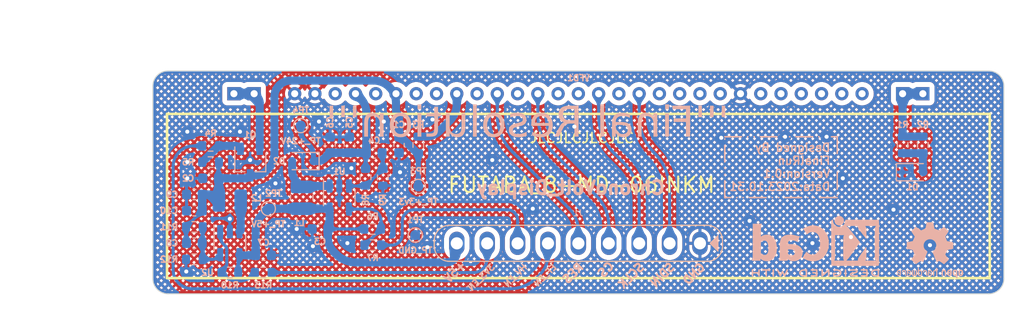
<source format=kicad_pcb>
(kicad_pcb (version 20221018) (generator pcbnew)
  (layers (0 "F.Cu" signal) (31 "B.Cu" signal) (34 "B.Paste" user) (35 "F.Paste" user) (36 "B.SilkS" user "B.Silkscreen") (37 "F.SilkS" user "F.Silkscreen") (38 "B.Mask" user) (39 "F.Mask" user) (44 "Edge.Cuts" user))
  (net 0 "")
  (net 1 "+3V3")
  (net 2 "GND")
  (net 3 "+5V")
  (net 4 "+24V")
  (net 5 "Net-(U1-FB)")
  (net 6 "Net-(D1-A)")
  (net 7 "Net-(D2-A)")
  (net 8 "HV_EN")
  (net 9 "EF_EN")
  (net 10 "VFD_RES")
  (net 11 "VFD_CS")
  (net 12 "VFD_SCLK")
  (net 13 "VFD_SDIN")
  (net 14 "Net-(Q1-G)")
  (net 15 "/VFD_8-MD-06INKM/F+")
  (net 16 "/VFD_8-MD-06INKM/F-")
  (net 17 "Net-(VFD1-OSC)")
  (net 18 "Net-(U1-EN)")
  (net 38 "Net-(U2-FB)")
  (net 39 "Net-(U2-LX)")
  (net 40 "Net-(U2-EN)")
  (net 41 "3V3_EN")
  (footprint "ChronoVolt_Lib:Con_Pin_1x09_3mm" (layer "F.Cu") (at 152 94.0975 180)
    (fp_text reference "J1" (at 0 8.07 unlocked) (layer "B.SilkS") (effects (font (size 0.6 0.6) (thickness 0.1)) (justify mirror)))
    (fp_text value "Conn_01x09_Pin")
    (pad "1" thru_hole oval locked (at -12 5.08 270) (size 2.3 1.524) (drill 1.2) (layers "*.Cu" "*.Mask") (net 2 "GND"))
    (pad "2" thru_hole oval locked (at -9 5.08 270) (size 2.3 1.524) (drill 1.2) (layers "*.Cu" "*.Mask") (net 13 "VFD_SDIN"))
    (pad "3" thru_hole oval locked (at -6 5.08 270) (size 2.3 1.524) (drill 1.2) (layers "*.Cu" "*.Mask") (net 12 "VFD_SCLK"))
    (pad "4" thru_hole oval locked (at -3 5.08 270) (size 2.3 1.524) (drill 1.2) (layers "*.Cu" "*.Mask") (net 11 "VFD_CS"))
    (pad "5" thru_hole oval locked (at 0 5.08 270) (size 2.3 1.524) (drill 1.2) (layers "*.Cu" "*.Mask") (net 10 "VFD_RES"))
    (pad "6" thru_hole oval locked (at 3 5.08 270) (size 2.3 1.524) (drill 1.2) (layers "*.Cu" "*.Mask") (net 9 "EF_EN"))
    (pad "7" thru_hole oval locked (at 6 5.08 270) (size 2.3 1.524) (drill 1.2) (layers "*.Cu" "*.Mask") (net 8 "HV_EN"))
    (pad "8" thru_hole oval locked (at 9 5.08 270) (size 2.3 1.524) (drill 1.2) (layers "*.Cu" "*.Mask") (net 41 "3V3_EN"))
    (pad "9" thru_hole oval locked (at 12 5.08 270) (size 2.3 1.524) (drill 1.2) (layers "*.Cu" "*.Mask") (net 3 "+5V"))
  )
  (footprint "ChronoVolt_Lib:FUTABA_8-MD-06INKM" (layer "F.Cu") (at 152 74.2495)
    (fp_text reference "VFD1" (at 1.2 -1.5495) (layer "B.SilkS") (effects (font (size 0.6 0.6)) (justify left mirror)))
    (fp_text value "Futaba_8-MD-06INKM")
    (fp_text user "FUTABA_8-MD-06INKM" (at -13 9) (layer "F.SilkS") (effects (font (size 1.524 1.524) (thickness 0.203)) (justify left)))
    (pad "1" thru_hole rect locked (at 34 0) (size 1.31 1.31) (drill 0.7) (layers "*.Cu" "*.Mask") (net 16 "/VFD_8-MD-06INKM/F-"))
    (pad "2" thru_hole rect locked (at 32 0) (size 1.31 1.31) (drill 0.7) (layers "*.Cu" "*.Mask") (net 16 "/VFD_8-MD-06INKM/F-"))
    (pad "4" thru_hole circle locked (at 28 0) (size 1.31 1.31) (drill 0.7) (layers "*.Cu" "*.Mask"))
    (pad "5" thru_hole circle locked (at 26 0) (size 1.31 1.31) (drill 0.7) (layers "*.Cu" "*.Mask"))
    (pad "6" thru_hole circle locked (at 24 0) (size 1.31 1.31) (drill 0.7) (layers "*.Cu" "*.Mask"))
    (pad "7" thru_hole circle locked (at 22 0) (size 1.31 1.31) (drill 0.7) (layers "*.Cu" "*.Mask"))
    (pad "8" thru_hole circle locked (at 20 0) (size 1.31 1.31) (drill 0.7) (layers "*.Cu" "*.Mask"))
    (pad "9" thru_hole circle locked (at 18 0) (size 1.31 1.31) (drill 0.7) (layers "*.Cu" "*.Mask"))
    (pad "10" thru_hole circle locked (at 16 0) (size 1.31 1.31) (drill 0.7) (layers "*.Cu" "*.Mask") (net 2 "GND"))
    (pad "11" thru_hole circle locked (at 14 0) (size 1.31 1.31) (drill 0.7) (layers "*.Cu" "*.Mask"))
    (pad "12" thru_hole circle locked (at 12 0) (size 1.31 1.31) (drill 0.7) (layers "*.Cu" "*.Mask"))
    (pad "13" thru_hole circle locked (at 10 0) (size 1.31 1.31) (drill 0.7) (layers "*.Cu" "*.Mask"))
    (pad "14" thru_hole circle locked (at 8 0) (size 1.31 1.31) (drill 0.7) (layers "*.Cu" "*.Mask"))
    (pad "15" thru_hole circle locked (at 6 0) (size 1.31 1.31) (drill 0.7) (layers "*.Cu" "*.Mask") (net 13 "VFD_SDIN"))
    (pad "16" thru_hole circle locked (at 4 0) (size 1.31 1.31) (drill 0.7) (layers "*.Cu" "*.Mask"))
    (pad "17" thru_hole circle locked (at 2 0) (size 1.31 1.31) (drill 0.7) (layers "*.Cu" "*.Mask") (net 12 "VFD_SCLK"))
    (pad "18" thru_hole circle locked (at 0 0) (size 1.31 1.31) (drill 0.7) (layers "*.Cu" "*.Mask"))
    (pad "19" thru_hole circle locked (at -2 0) (size 1.31 1.31) (drill 0.7) (layers "*.Cu" "*.Mask"))
    (pad "20" thru_hole circle locked (at -4 0) (size 1.31 1.31) (drill 0.7) (layers "*.Cu" "*.Mask") (net 11 "VFD_CS"))
    (pad "21" thru_hole circle locked (at -6 0) (size 1.31 1.31) (drill 0.7) (layers "*.Cu" "*.Mask"))
    (pad "22" thru_hole circle locked (at -8 0) (size 1.31 1.31) (drill 0.7) (layers "*.Cu" "*.Mask") (net 10 "VFD_RES"))
    (pad "23" thru_hole circle locked (at -10 0) (size 1.31 1.31) (drill 0.7) (layers "*.Cu" "*.Mask"))
    (pad "24" thru_hole circle locked (at -12 0) (size 1.31 1.31) (drill 0.7) (layers "*.Cu" "*.Mask") (net 17 "Net-(VFD1-OSC)"))
    (pad "25" thru_hole circle locked (at -14 0) (size 1.31 1.31) (drill 0.7) (layers "*.Cu" "*.Mask"))
    (pad "26" thru_hole circle locked (at -16 0) (size 1.31 1.31) (drill 0.7) (layers "*.Cu" "*.Mask"))
    (pad "27" thru_hole circle locked (at -18 0) (size 1.31 1.31) (drill 0.7) (layers "*.Cu" "*.Mask") (net 1 "+3V3"))
    (pad "28" thru_hole circle locked (at -20 0) (size 1.31 1.31) (drill 0.7) (layers "*.Cu" "*.Mask"))
    (pad "29" thru_hole circle locked (at -22 0) (size 1.31 1.31) (drill 0.7) (layers "*.Cu" "*.Mask") (net 4 "+24V"))
    (pad "30" thru_hole circle locked (at -24 0) (size 1.31 1.31) (drill 0.7) (layers "*.Cu" "*.Mask"))
    (pad "31" thru_hole circle locked (at -26 0) (size 1.31 1.31) (drill 0.7) (layers "*.Cu" "*.Mask") (net 2 "GND"))
    (pad "32" thru_hole circle locked (at -28 0) (size 1.31 1.31) (drill 0.7) (layers "*.Cu" "*.Mask") (net 2 "GND"))
    (pad "34" thru_hole rect locked (at -32 0) (size 1.31 1.31) (drill 0.7) (layers "*.Cu" "*.Mask") (net 15 "/VFD_8-MD-06INKM/F+"))
    (pad "35" thru_hole rect locked (at -34 0) (size 1.31 1.31) (drill 0.7) (layers "*.Cu" "*.Mask") (net 15 "/VFD_8-MD-06INKM/F+"))
  )
  (footprint "Symbol:OSHW-Logo2_7.3x6mm_SilkScreen" (layer "B.Cu") (at 186.7 89.7 180)
    (fp_text reference "REF**" hide)
    (fp_text value "OSHW-Logo2_7.3x6mm_SilkScreen" hide)
  )
  (footprint "Resistor_SMD:R_0603_1608Metric" (layer "B.Cu") (at 115.7 81 180)
    (fp_text reference "R5" (at 2.218215 0) (layer "B.SilkS") (effects (font (size 0.6 0.6)) (justify mirror)))
    (fp_text value "10K")
    (pad "1" smd roundrect (at -0.825 0 180) (size 0.8 0.95) (layers "B.Cu" "B.Paste" "B.Mask") (net 1 "+3V3"))
    (pad "2" smd roundrect (at 0.825 0 180) (size 0.8 0.95) (layers "B.Cu" "B.Paste" "B.Mask") (net 14 "Net-(Q1-G)"))
  )
  (footprint "Resistor_SMD:R_0603_1608Metric" (layer "B.Cu") (at 114.1 87.4)
    (fp_text reference "R11" (at -2.503929 0) (layer "B.SilkS") (effects (font (size 0.6 0.6)) (justify mirror)))
    (fp_text value "100K")
    (pad "1" smd roundrect (at -0.825 0) (size 0.8 0.95) (layers "B.Cu" "B.Paste" "B.Mask") (net 1 "+3V3"))
    (pad "2" smd roundrect (at 0.825 0) (size 0.8 0.95) (layers "B.Cu" "B.Paste" "B.Mask") (net 38 "Net-(U2-FB)"))
  )
  (footprint "Capacitor_SMD:C_0603_1608Metric" (layer "B.Cu") (at 115.7 82.6 180)
    (fp_text reference "C2" (at 2.218215 0) (layer "B.SilkS") (effects (font (size 0.6 0.6)) (justify mirror)))
    (fp_text value "47uF")
    (pad "1" smd roundrect (at -0.775 0 180) (size 0.9 0.95) (layers "B.Cu" "B.Paste" "B.Mask") (net 1 "+3V3"))
    (pad "2" smd roundrect (at 0.775 0 180) (size 0.9 0.95) (layers "B.Cu" "B.Paste" "B.Mask") (net 2 "GND"))
  )
  (footprint "Resistor_SMD:R_0603_1608Metric" (layer "B.Cu") (at 136.2 79.3 -90)
    (fp_text reference "R3" (at -1.9925 0 -180) (layer "B.SilkS") (effects (font (size 0.6 0.6)) (justify mirror)))
    (fp_text value "39K")
    (pad "1" smd roundrect (at -0.825 0 270) (size 0.8 0.95) (layers "B.Cu" "B.Paste" "B.Mask") (net 17 "Net-(VFD1-OSC)"))
    (pad "2" smd roundrect (at 0.825 0 270) (size 0.8 0.95) (layers "B.Cu" "B.Paste" "B.Mask") (net 1 "+3V3"))
  )
  (footprint "TestPoint:TestPoint_Pad_D1.0mm" (layer "B.Cu") (at 121.4 85.6 180)
    (fp_text reference "TP2" (at -0.5 1.5125) (layer "B.SilkS") (effects (font (size 0.6 0.6)) (justify mirror)))
    (fp_text value "TP_+5V" (at 0 -1.5125) (layer "B.SilkS") (effects (font (size 0.6 0.6)) (justify mirror)))
    (pad "1" smd circle (at 0 0 180) (size 1 1) (layers "B.Cu" "B.Mask") (net 3 "+5V"))
  )
  (footprint "Resistor_SMD:R_0603_1608Metric" (layer "B.Cu") (at 120.9 91.9)
    (fp_text reference "R13" (at 0 1.2425) (layer "B.SilkS") (effects (font (size 0.6 0.6)) (justify mirror)))
    (fp_text value "10K")
    (pad "1" smd roundrect (at -0.825 0) (size 0.8 0.95) (layers "B.Cu" "B.Paste" "B.Mask") (net 40 "Net-(U2-EN)"))
    (pad "2" smd roundrect (at 0.825 0) (size 0.8 0.95) (layers "B.Cu" "B.Paste" "B.Mask") (net 41 "3V3_EN"))
  )
  (footprint "Resistor_SMD:R_0603_1608Metric" (layer "B.Cu") (at 131.7 87.6)
    (fp_text reference "R6" (at 0 -1.2425) (layer "B.SilkS") (effects (font (size 0.6 0.6)) (justify mirror)))
    (fp_text value "10K")
    (pad "1" smd roundrect (at -0.825 0) (size 0.8 0.95) (layers "B.Cu" "B.Paste" "B.Mask") (net 3 "+5V"))
    (pad "2" smd roundrect (at 0.825 0) (size 0.8 0.95) (layers "B.Cu" "B.Paste" "B.Mask") (net 18 "Net-(U1-EN)"))
  )
  (footprint "Capacitor_SMD:C_0603_1608Metric" (layer "B.Cu") (at 114.1 84.2 180)
    (fp_text reference "C9" (at 2.218215 0) (layer "B.SilkS") (effects (font (size 0.6 0.6)) (justify mirror)))
    (fp_text value "22μF")
    (pad "1" smd roundrect (at -0.775 0 180) (size 0.9 0.95) (layers "B.Cu" "B.Paste" "B.Mask") (net 1 "+3V3"))
    (pad "2" smd roundrect (at 0.775 0 180) (size 0.9 0.95) (layers "B.Cu" "B.Paste" "B.Mask") (net 2 "GND"))
  )
  (footprint "Resistor_SMD:R_0603_1608Metric" (layer "B.Cu") (at 131 82.5 -90)
    (fp_text reference "R8" (at 2.218214 0 90) (layer "B.SilkS") (effects (font (size 0.6 0.6)) (justify mirror)))
    (fp_text value "300K")
    (pad "1" smd roundrect (at -0.825 0 270) (size 0.8 0.95) (layers "B.Cu" "B.Paste" "B.Mask") (net 4 "+24V"))
    (pad "2" smd roundrect (at 0.825 0 270) (size 0.8 0.95) (layers "B.Cu" "B.Paste" "B.Mask") (net 5 "Net-(U1-FB)"))
  )
  (footprint "Symbol:KiCad-Logo2_5mm_SilkScreen" (layer "B.Cu") (at 175.4 89.3 180)
    (fp_text reference "REF**" hide)
    (fp_text value "KiCad-Logo2_5mm_SilkScreen" hide)
  )
  (footprint "Capacitor_SMD:C_0603_1608Metric" (layer "B.Cu") (at 114.1 85.8 180)
    (fp_text reference "C10" (at 2.503929 0) (layer "B.SilkS") (effects (font (size 0.6 0.6)) (justify mirror)))
    (fp_text value "22μF")
    (pad "1" smd roundrect (at -0.775 0 180) (size 0.9 0.95) (layers "B.Cu" "B.Paste" "B.Mask") (net 1 "+3V3"))
    (pad "2" smd roundrect (at 0.775 0 180) (size 0.9 0.95) (layers "B.Cu" "B.Paste" "B.Mask") (net 2 "GND"))
  )
  (footprint "Capacitor_SMD:C_0603_1608Metric" (layer "B.Cu") (at 127.5 79.3 90)
    (fp_text reference "C6" (at 2.218215 0 90) (layer "B.SilkS") (effects (font (size 0.6 0.6)) (justify mirror)))
    (fp_text value "4.7μF/50V")
    (pad "1" smd roundrect (at -0.775 0 90) (size 0.9 0.95) (layers "B.Cu" "B.Paste" "B.Mask") (net 4 "+24V"))
    (pad "2" smd roundrect (at 0.775 0 90) (size 0.9 0.95) (layers "B.Cu" "B.Paste" "B.Mask") (net 2 "GND"))
  )
  (footprint "TestPoint:TestPoint_Pad_D1.0mm" (layer "B.Cu") (at 135.9 88.2 180)
    (fp_text reference "TP1" (at 0 1.5125) (layer "B.SilkS") (effects (font (size 0.6 0.6)) (justify mirror)))
    (fp_text value "TP_GND" (at 0 -1.5125) (layer "B.SilkS") (effects (font (size 0.6 0.6)) (justify mirror)))
    (pad "1" smd circle (at 0 0 180) (size 1 1) (layers "B.Cu" "B.Mask") (net 2 "GND"))
  )
  (footprint "Capacitor_SMD:C_0603_1608Metric" (layer "B.Cu") (at 134.3 79.3 -90)
    (fp_text reference "C1" (at -1.9925 0 -180) (layer "B.SilkS") (effects (font (size 0.6 0.6)) (justify mirror)))
    (fp_text value "0.1uF")
    (pad "1" smd roundrect (at -0.775 0 270) (size 0.9 0.95) (layers "B.Cu" "B.Paste" "B.Mask") (net 1 "+3V3"))
    (pad "2" smd roundrect (at 0.775 0 270) (size 0.9 0.95) (layers "B.Cu" "B.Paste" "B.Mask") (net 2 "GND"))
  )
  (footprint "Resistor_SMD:R_0603_1608Metric" (layer "B.Cu") (at 184 79.3 -90)
    (fp_text reference "R1" (at -1.9925 0 -180) (layer "B.SilkS") (effects (font (size 0.6 0.6)) (justify mirror)))
    (fp_text value "3R")
    (pad "1" smd roundrect (at -0.825 0 270) (size 0.8 0.95) (layers "B.Cu" "B.Paste" "B.Mask") (net 16 "/VFD_8-MD-06INKM/F-"))
    (pad "2" smd roundrect (at 0.825 0 270) (size 0.8 0.95) (layers "B.Cu" "B.Paste" "B.Mask") (net 6 "Net-(D1-A)"))
  )
  (footprint "Capacitor_SMD:C_0603_1608Metric" (layer "B.Cu") (at 129.4 79.3 90)
    (fp_text reference "C5" (at 2.218215 0 90) (layer "B.SilkS") (effects (font (size 0.6 0.6)) (justify mirror)))
    (fp_text value "0.1μF/50V")
    (pad "1" smd roundrect (at -0.775 0 90) (size 0.9 0.95) (layers "B.Cu" "B.Paste" "B.Mask") (net 4 "+24V"))
    (pad "2" smd roundrect (at 0.775 0 90) (size 0.9 0.95) (layers "B.Cu" "B.Paste" "B.Mask") (net 2 "GND"))
  )
  (footprint "Package_TO_SOT_SMD:SOT-23-5" (layer "B.Cu") (at 117.6 89 -90)
    (fp_text reference "U2" (at 2.9 2.2 -180) (layer "B.SilkS") (effects (font (size 0.6 0.6)) (justify mirror)))
    (fp_text value "SY8089AAAC")
    (pad "1" smd roundrect (at -1.1375 0.95 270) (size 1.325 0.6) (layers "B.Cu" "B.Paste" "B.Mask") (net 40 "Net-(U2-EN)"))
    (pad "2" smd roundrect (at -1.1375 0 270) (size 1.325 0.6) (layers "B.Cu" "B.Paste" "B.Mask") (net 2 "GND"))
    (pad "3" smd roundrect (at -1.1375 -0.95 270) (size 1.325 0.6) (layers "B.Cu" "B.Paste" "B.Mask") (net 39 "Net-(U2-LX)"))
    (pad "4" smd roundrect (at 1.1375 -0.95 270) (size 1.325 0.6) (layers "B.Cu" "B.Paste" "B.Mask") (net 3 "+5V"))
    (pad "5" smd roundrect (at 1.1375 0.95 270) (size 1.325 0.6) (layers "B.Cu" "B.Paste" "B.Mask") (net 38 "Net-(U2-FB)"))
  )
  (footprint "TestPoint:TestPoint_Pad_D1.0mm" (layer "B.Cu") (at 124.6 77.4 180)
    (fp_text reference "TP4" (at 0 1.5125) (layer "B.SilkS") (effects (font (size 0.6 0.6)) (justify mirror)))
    (fp_text value "TP_+24V" (at 0 -1.5125) (layer "B.SilkS") (effects (font (size 0.6 0.6)) (justify mirror)))
    (pad "1" smd circle (at 0 0 180) (size 1 1) (layers "B.Cu" "B.Mask") (net 4 "+24V"))
  )
  (footprint "Resistor_SMD:R_0603_1608Metric" (layer "B.Cu") (at 117.6 91.9 180)
    (fp_text reference "R10" (at 0 -1.2425) (layer "B.SilkS") (effects (font (size 0.6 0.6)) (justify mirror)))
    (fp_text value "10K")
    (pad "1" smd roundrect (at -0.825 0 180) (size 0.8 0.95) (layers "B.Cu" "B.Paste" "B.Mask") (net 3 "+5V"))
    (pad "2" smd roundrect (at 0.825 0 180) (size 0.8 0.95) (layers "B.Cu" "B.Paste" "B.Mask") (net 40 "Net-(U2-EN)"))
  )
  (footprint "Diode_SMD:D_SOD-323" (layer "B.Cu") (at 185 82)
    (fp_text reference "D1" (at -0.0225 1.4625) (layer "B.SilkS") (effects (font (size 0.6 0.6)) (justify mirror)))
    (fp_text value "1N5819WS")
    (pad "1" smd roundrect (at -1.05 0) (size 0.6 0.45) (layers "B.Cu" "B.Paste" "B.Mask") (net 2 "GND"))
    (pad "2" smd roundrect (at 1.05 0) (size 0.6 0.45) (layers "B.Cu" "B.Paste" "B.Mask") (net 6 "Net-(D1-A)"))
  )
  (footprint "Diode_SMD:D_SOD-323" (layer "B.Cu") (at 124.8 80.9 180)
    (fp_text reference "D2" (at 2.338215 0) (layer "B.SilkS") (effects (font (size 0.6 0.6)) (justify mirror)))
    (fp_text value "1N5819WS" hide)
    (pad "1" smd roundrect (at -1.05 0 180) (size 0.6 0.45) (layers "B.Cu" "B.Paste" "B.Mask") (net 4 "+24V"))
    (pad "2" smd roundrect (at 1.05 0 180) (size 0.6 0.45) (layers "B.Cu" "B.Paste" "B.Mask") (net 7 "Net-(D2-A)"))
  )
  (footprint "Resistor_SMD:R_0603_1608Metric" (layer "B.Cu") (at 132.7 82.5 -90)
    (fp_text reference "R9" (at 2.218214 0 90) (layer "B.SilkS") (effects (font (size 0.6 0.6)) (justify mirror)))
    (fp_text value "16K")
    (pad "1" smd roundrect (at -0.825 0 270) (size 0.8 0.95) (layers "B.Cu" "B.Paste" "B.Mask") (net 5 "Net-(U1-FB)"))
    (pad "2" smd roundrect (at 0.825 0 270) (size 0.8 0.95) (layers "B.Cu" "B.Paste" "B.Mask") (net 2 "GND"))
  )
  (footprint "TestPoint:TestPoint_Pad_D1.0mm" (layer "B.Cu") (at 136.2 83.4 180)
    (fp_text reference "TP3" (at 0 1.5125) (layer "B.SilkS") (effects (font (size 0.6 0.6)) (justify mirror)))
    (fp_text value "TP_+3v3" (at 0 -1.5125) (layer "B.SilkS") (effects (font (size 0.6 0.6)) (justify mirror)))
    (pad "1" smd circle (at 0 0 180) (size 1 1) (layers "B.Cu" "B.Mask") (net 1 "+3V3"))
  )
  (footprint "Resistor_SMD:R_0603_1608Metric" (layer "B.Cu") (at 131.7 89.2)
    (fp_text reference "R7" (at 0 1.2425) (layer "B.SilkS") (effects (font (size 0.6 0.6)) (justify mirror)))
    (fp_text value "10K")
    (pad "1" smd roundrect (at -0.825 0) (size 0.8 0.95) (layers "B.Cu" "B.Paste" "B.Mask") (net 18 "Net-(U1-EN)"))
    (pad "2" smd roundrect (at 0.825 0) (size 0.8 0.95) (layers "B.Cu" "B.Paste" "B.Mask") (net 8 "HV_EN"))
  )
  (footprint "Resistor_SMD:R_0603_1608Metric" (layer "B.Cu") (at 114.1 90.6 180)
    (fp_text reference "R12" (at 2.5 0) (layer "B.SilkS") (effects (font (size 0.6 0.6)) (justify mirror)))
    (fp_text value "22K")
    (pad "1" smd roundrect (at -0.825 0 180) (size 0.8 0.95) (layers "B.Cu" "B.Paste" "B.Mask") (net 38 "Net-(U2-FB)"))
    (pad "2" smd roundrect (at 0.825 0 180) (size 0.8 0.95) (layers "B.Cu" "B.Paste" "B.Mask") (net 2 "GND"))
  )
  (footprint "Capacitor_SMD:C_0603_1608Metric" (layer "B.Cu") (at 126.5 87.6 180)
    (fp_text reference "C3" (at 0 -1.2425) (layer "B.SilkS") (effects (font (size 0.6 0.6)) (justify mirror)))
    (fp_text value "22μF")
    (pad "1" smd roundrect (at -0.775 0 180) (size 0.9 0.95) (layers "B.Cu" "B.Paste" "B.Mask") (net 3 "+5V"))
    (pad "2" smd roundrect (at 0.775 0 180) (size 0.9 0.95) (layers "B.Cu" "B.Paste" "B.Mask") (net 2 "GND"))
  )
  (footprint "Package_TO_SOT_SMD:TSOT-23-5" (layer "B.Cu") (at 128.4 84.5 -90)
    (fp_text reference "U1" (at -2.5625 0 -180) (layer "B.SilkS") (effects (font (size 0.6 0.6)) (justify mirror)))
    (fp_text value "SGM6601YTN5G/TR")
    (pad "1" smd roundrect (at -1.1375 0.95 270) (size 1.325 0.6) (layers "B.Cu" "B.Paste" "B.Mask") (net 7 "Net-(D2-A)"))
    (pad "2" smd roundrect (at -1.1375 0 270) (size 1.325 0.6) (layers "B.Cu" "B.Paste" "B.Mask") (net 2 "GND"))
    (pad "3" smd roundrect (at -1.1375 -0.95 270) (size 1.325 0.6) (layers "B.Cu" "B.Paste" "B.Mask") (net 5 "Net-(U1-FB)"))
    (pad "4" smd roundrect (at 1.1375 -0.95 270) (size 1.325 0.6) (layers "B.Cu" "B.Paste" "B.Mask") (net 18 "Net-(U1-EN)"))
    (pad "5" smd roundrect (at 1.1375 0.95 270) (size 1.325 0.6) (layers "B.Cu" "B.Paste" "B.Mask") (net 3 "+5V"))
  )
  (footprint "Inductor_SMD:L_1008_2520Metric" (layer "B.Cu") (at 117.6 84.8 180)
    (fp_text reference "L2" (at -2.631071 0.25) (layer "B.SilkS") (effects (font (size 0.6 0.6)) (justify mirror)))
    (fp_text value "2.2μH")
    (pad "1" smd roundrect (at -1.075 0 180) (size 1.25 2.2) (layers "B.Cu" "B.Paste" "B.Mask") (roundrect_rratio 0.2) (net 39 "Net-(U2-LX)"))
    (pad "2" smd roundrect (at 1.075 0 180) (size 1.25 2.2) (layers "B.Cu" "B.Paste" "B.Mask") (roundrect_rratio 0.2) (net 1 "+3V3"))
  )
  (footprint "Capacitor_SMD:C_0603_1608Metric" (layer "B.Cu") (at 131.85 80.1)
    (fp_text reference "C4" (at 0 -1.2425) (layer "B.SilkS") (effects (font (size 0.6 0.6)) (justify mirror)))
    (fp_text value "22pF/50V")
    (pad "1" smd roundrect (at -0.775 0) (size 0.9 0.95) (layers "B.Cu" "B.Paste" "B.Mask") (net 4 "+24V"))
    (pad "2" smd roundrect (at 0.775 0) (size 0.9 0.95) (layers "B.Cu" "B.Paste" "B.Mask") (net 5 "Net-(U1-FB)"))
  )
  (footprint "Resistor_SMD:R_0603_1608Metric" (layer "B.Cu") (at 115.7 79.4 180)
    (fp_text reference "R4" (at 0 1.2425) (layer "B.SilkS") (effects (font (size 0.6 0.6)) (justify mirror)))
    (fp_text value "180R")
    (pad "1" smd roundrect (at -0.825 0 180) (size 0.8 0.95) (layers "B.Cu" "B.Paste" "B.Mask") (net 14 "Net-(Q1-G)"))
    (pad "2" smd roundrect (at 0.825 0 180) (size 0.8 0.95) (layers "B.Cu" "B.Paste" "B.Mask") (net 9 "EF_EN"))
  )
  (footprint "Capacitor_SMD:C_0603_1608Metric" (layer "B.Cu") (at 114.1 89)
    (fp_text reference "C8" (at -2.218215 0) (layer "B.SilkS") (effects (font (size 0.6 0.6)) (justify mirror)))
    (fp_text value "22pF")
    (pad "1" smd roundrect (at -0.775 0) (size 0.9 0.95) (layers "B.Cu" "B.Paste" "B.Mask") (net 1 "+3V3"))
    (pad "2" smd roundrect (at 0.775 0) (size 0.9 0.95) (layers "B.Cu" "B.Paste" "B.Mask") (net 38 "Net-(U2-FB)"))
  )
  (footprint "Capacitor_SMD:C_0603_1608Metric" (layer "B.Cu") (at 120.925 90.2)
    (fp_text reference "C7" (at 0 -1.2425) (layer "B.SilkS") (effects (font (size 0.6 0.6)) (justify mirror)))
    (fp_text value "22μF")
    (pad "1" smd roundrect (at -0.775 0) (size 0.9 0.95) (layers "B.Cu" "B.Paste" "B.Mask") (net 3 "+5V"))
    (pad "2" smd roundrect (at 0.775 0) (size 0.9 0.95) (layers "B.Cu" "B.Paste" "B.Mask") (net 2 "GND"))
  )
  (footprint "Package_TO_SOT_SMD:TSOT-23" (layer "B.Cu") (at 119.6 81 -90)
    (fp_text reference "Q1" (at -2.6825 0) (layer "B.SilkS") (effects (font (size 0.6 0.6)) (justify mirror)))
    (fp_text value "CJ2301")
    (pad "1" smd rect (at -1.31 0.95 270) (size 1.22 0.65) (layers "B.Cu" "B.Paste" "B.Mask") (net 14 "Net-(Q1-G)"))
    (pad "2" smd rect (at -1.31 -0.95 270) (size 1.22 0.65) (layers "B.Cu" "B.Paste" "B.Mask") (net 15 "/VFD_8-MD-06INKM/F+"))
    (pad "3" smd rect (at 1.31 0 270) (size 1.22 0.65) (layers "B.Cu" "B.Paste" "B.Mask") (net 1 "+3V3"))
  )
  (footprint "Inductor_SMD:L_1008_2520Metric" (layer "B.Cu") (at 124.7 84.525 90)
    (fp_text reference "L1" (at -2.4625 -0.25 180) (layer "B.SilkS") (effects (font (size 0.6 0.6)) (justify mirror)))
    (fp_text value "10uH")
    (pad "1" smd roundrect (at -1.075 0 90) (size 1.25 2.2) (layers "B.Cu" "B.Paste" "B.Mask") (roundrect_rratio 0.2) (net 3 "+5V"))
    (pad "2" smd roundrect (at 1.075 0 90) (size 1.25 2.2) (layers "B.Cu" "B.Paste" "B.Mask") (roundrect_rratio 0.2) (net 7 "Net-(D2-A)"))
  )
  (footprint "Resistor_SMD:R_0603_1608Metric" (layer "B.Cu") (at 186 79.3 -90)
    (fp_text reference "R2" (at -1.9925 0 -180) (layer "B.SilkS") (effects (font (size 0.6 0.6)) (justify mirror)))
    (fp_text value "3R")
    (pad "1" smd roundrect (at -0.825 0 270) (size 0.8 0.95) (layers "B.Cu" "B.Paste" "B.Mask") (net 16 "/VFD_8-MD-06INKM/F-"))
    (pad "2" smd roundrect (at 0.825 0 270) (size 0.8 0.95) (layers "B.Cu" "B.Paste" "B.Mask") (net 6 "Net-(D1-A)"))
  )
  (gr_line locked (start 110 73.5) (end 110 92.5) (stroke (width 0.1)) (layer "Edge.Cuts"))
  (gr_arc locked (start 194 92.5) (mid 193.56066 93.56066) (end 192.5 94) (stroke (width 0.1)) (layer "Edge.Cuts"))
  (gr_line locked (start 194 92.5) (end 194 73.5) (stroke (width 0.1)) (layer "Edge.Cuts"))
  (gr_line locked (start 192.5 72) (end 111.5 72) (stroke (width 0.1)) (layer "Edge.Cuts"))
  (gr_arc locked (start 110 73.5) (mid 110.43934 72.43934) (end 111.5 72) (stroke (width 0.1)) (layer "Edge.Cuts"))
  (gr_arc locked (start 111.5 94) (mid 110.43934 93.56066) (end 110 92.5) (stroke (width 0.1)) (layer "Edge.Cuts"))
  (gr_line locked (start 111.5 94) (end 192.5 94) (stroke (width 0.1)) (layer "Edge.Cuts"))
  (gr_arc locked (start 192.5 72) (mid 193.56066 72.43934) (end 194 73.5) (stroke (width 0.1)) (layer "Edge.Cuts"))
  (gr_text "EF_EN" (at 150 91.4 45) (layer "B.SilkS") (effects (font (size 0.6 0.6) (thickness 0.15) bold) (justify left bottom mirror)))
  (gr_text "SCLK" (at 158.7 91.4 45) (layer "B.SilkS") (effects (font (size 0.8 0.8) (thickness 0.2) bold) (justify left bottom mirror)))
  (gr_text "RES" (at 152.7 91.4 45) (layer "B.SilkS") (effects (font (size 0.8 0.8) (thickness 0.2) bold) (justify left bottom mirror)))
  (gr_text "CS" (at 155.7 91.3 45) (layer "B.SilkS") (effects (font (size 0.8 0.8) (thickness 0.2) bold) (justify left bottom mirror)))
  (gr_text "+5V" (at 141.1 91.2 45) (layer "B.SilkS") (effects (font (size 0.8 0.8) (thickness 0.2) bold) (justify left bottom mirror)))
  (gr_text "HV_EN" (at 147.1 91.4 45) (layer "B.SilkS") (effects (font (size 0.6 0.6) (thickness 0.15) bold) (justify left bottom mirror)))
  (gr_text "GND" (at 164.7 91.4 45) (layer "B.SilkS") (effects (font (size 0.8 0.8) (thickness 0.2) bold) (justify left bottom mirror)))
  (gr_text "SDIN" (at 161.7 91.4 45) (layer "B.SilkS") (effects (font (size 0.8 0.8) (thickness 0.2) bold) (justify left bottom mirror)))
  (gr_text "3V3_EN" (at 143.9 91.4 45) (layer "B.SilkS") (effects (font (size 0.6 0.6) (thickness 0.15) bold) (justify left bottom mirror)))
  (gr_text "ChronoVolt_Display" (at 160.7 84.3) (layer "B.SilkS") (effects (font (size 1.3 1.3) (thickness 0.3) bold) (justify left bottom mirror)))
  (gr_text "'''Final Resolution'''" (at 166.9 79) (layer "B.SilkS") (effects (font (size 3 3)) (justify left bottom mirror)))
  (gr_text "JLCJLCJLCJLC" (at 147.1 79.2) (layer "F.SilkS") (effects (font (size 1 1)) (justify left bottom)))
  (gr_text_box "Designed By\nFinalRun\nVersion:0.1\nData:2023.10.31" (start 166.45 78.5) (end 177.55 84.5) (layer "B.SilkS") (effects (font (size 0.8 0.8)) (justify left top mirror)) (stroke (width 0.15) (type dash_dot_dot)))
  (segment (start 134.58763 78.60013) (end 136.081564 80.094064) (width 0.8) (layer "B.Cu") (net 1))
  (segment (start 113.275 87.4) (end 114.875 85.8) (width 0.3) (layer "B.Cu") (net 1))
  (segment (start 116.510355 82.6) (end 119.104939 82.6) (width 0.8) (layer "B.Cu") (net 1))
  (segment (start 123.621751 72.95) (end 131.781614 72.95) (width 0.8) (layer "B.Cu") (net 1))
  (segment (start 116.475 82.564644) (end 116.475 81.085355) (width 0.3) (layer "B.Cu") (net 1))
  (segment (start 116.5 81.025) (end 116.525 81) (width 0.3) (layer "B.Cu") (net 1))
  (segment (start 113.3 88.975) (end 113.325 89) (width 0.3) (layer "B.Cu") (net 1))
  (segment (start 113.275 88.914644) (end 113.275 87.4) (width 0.3) (layer "B.Cu") (net 1))
  (segment (start 134.3 76.612132) (end 134.3 78.41875) (width 0.8) (layer "B.Cu") (net 1))
  (segment (start 119.80506 82.31) (end 120.1625 82.31) (width 0.8) (layer "B.Cu") (net 1))
  (segment (start 114.875 84.2) (end 115.500735 84.2) (width 0.8) (layer "B.Cu") (net 1))
  (segment (start 116.525 84.375735) (end 116.525 82.685355) (width 0.8) (layer "B.Cu") (net 1))
  (segment (start 114.875 84.2) (end 114.875 85.8) (width 0.8) (layer "B.Cu") (net 1))
  (segment (start 134 75.168385) (end 134 75.887867) (width 0.8) (layer "B.Cu") (net 1))
  (segment (start 136.2 80.16875) (end 136.2 83.4) (width 0.5) (layer "B.Cu") (net 1))
  (segment (start 122 74.571751) (end 122 80.133438) (width 0.8) (layer "B.Cu") (net 1))
  (segment (start 121.362499 81.672499) (end 121.122747 81.912252) (width 0.8) (layer "B.Cu") (net 1))
  (arc (start 136.081564 80.094064) (mid 136.11583 80.116959) (end 136.15625 80.125) (width 0.8) (layer "B.Cu") (net 1))
  (arc (start 121.122747 81.912252) (mid 120.682182 82.206628) (end 120.1625 82.31) (width 0.8) (layer "B.Cu") (net 1))
  (arc (start 116.5 81.025) (mid 116.481497 81.052691) (end 116.475 81.085355) (width 0.3) (layer "B.Cu") (net 1))
  (arc (start 133.35025 73.59975) (mid 132.630553 73.118864) (end 131.781614 72.95) (width 0.8) (layer "B.Cu") (net 1))
  (arc (start 119.455 82.455) (mid 119.29439 82.562315) (end 119.104939 82.6) (width 0.8) (layer "B.Cu") (net 1))
  (arc (start 116.5 82.625) (mid 116.481497 82.597308) (end 116.475 82.564644) (width 0.8) (layer "B.Cu") (net 1))
  (arc (start 134 75.887867) (mid 134.038983 76.083852) (end 134.15 76.25) (width 0.8) (layer "B.Cu") (net 1))
  (arc (start 119.80506 82.31) (mid 119.615609 82.347684) (end 119.455 82.455) (width 0.8) (layer "B.Cu") (net 1))
  (arc (start 134.15 76.25) (mid 134.261016 76.416147) (end 134.3 76.612132) (width 0.8) (layer "B.Cu") (net 1))
  (arc (start 116.510355 82.6) (mid 116.496825 82.60904) (end 116.5 82.625) (width 0.8) (layer "B.Cu") (net 1))
  (arc (start 116.5 82.625) (mid 116.518502 82.652691) (end 116.525 82.685355) (width 0.8) (layer "B.Cu") (net 1))
  (arc (start 136.2 80.16875) (mid 136.187185 80.137814) (end 136.15625 80.125) (width 0.5) (layer "B.Cu") (net 1))
  (arc (start 123.621751 72.95) (mid 123.001133 73.073448) (end 122.475 73.425) (width 0.8) (layer "B.Cu") (net 1))
  (arc (start 133.35025 73.59975) (mid 133.831135 74.319445) (end 134 75.168385) (width 0.8) (layer "B.Cu") (net 1))
  (arc (start 134.58763 78.60013) (mid 134.504412 78.544525) (end 134.40625 78.525) (width 0.8) (layer "B.Cu") (net 1))
  (arc (start 113.275 88.914644) (mid 113.281497 88.947308) (end 113.3 88.975) (width 0.3) (layer "B.Cu") (net 1))
  (arc (start 122.475 73.425) (mid 122.123448 73.951133) (end 122 74.571751) (width 0.8) (layer "B.Cu") (net 1))
  (arc (start 116.225 84.5) (mid 115.892704 84.277967) (end 115.500735 84.2) (width 0.8) (layer "B.Cu") (net 1))
  (arc (start 116.225 84.5) (mid 116.416515 84.538094) (end 116.525 84.375735) (width 0.8) (layer "B.Cu") (net 1))
  (arc (start 116.475 82.564644) (mid 116.485355 82.589644) (end 116.510355 82.6) (width 0.3) (layer "B.Cu") (net 1))
  (arc (start 122 80.133438) (mid 121.834318 80.966372) (end 121.362499 81.672499) (width 0.8) (layer "B.Cu") (net 1))
  (arc (start 134.3 78.41875) (mid 134.331119 78.49388) (end 134.40625 78.525) (width 0.8) (layer "B.Cu") (net 1))
  (via (at 129.6 81.6) (size 0.8) (drill 0.4) (layers "F.Cu" "B.Cu") (net 2))
  (via (at 143.5 80.8) (size 0.8) (drill 0.4) (layers "F.Cu" "B.Cu") (net 2))
  (via (at 113.4 82.6) (size 0.8) (drill 0.4) (layers "F.Cu" "B.Cu") (net 2))
  (via (at 132.8 77) (size 0.8) (drill 0.4) (layers "F.Cu" "B.Cu") (net 2))
  (via (at 178.1 82.6) (size 0.8) (drill 0.4) (layers "F.Cu" "B.Cu") (net 2))
  (via (at 124.2 87.6) (size 0.8) (drill 0.4) (layers "F.Cu" "B.Cu") (net 2))
  (via (at 126.4 77) (size 0.8) (drill 0.4) (layers "F.Cu" "B.Cu") (net 2))
  (via (at 113.4 78) (size 0.8) (drill 0.4) (layers "F.Cu" "B.Cu") (net 2))
  (via (at 151.6 77.5) (size 0.8) (drill 0.4) (layers "F.Cu" "B.Cu") (net 2))
  (via (at 134.4 82) (size 0.8) (drill 0.4) (layers "F.Cu" "B.Cu") (net 2))
  (via (at 117.6 86.6) (size 0.8) (drill 0.4) (layers "F.Cu" "B.Cu") (net 2))
  (via (at 122.1 83.1) (size 0.8) (drill 0.4) (layers "F.Cu" "B.Cu") (net 2))
  (via (at 147.5 85.6) (size 0.8) (drill 0.4) (layers "F.Cu" "B.Cu") (net 2))
  (via (at 176.5 78.5) (size 0.8) (drill 0.4) (layers "F.Cu" "B.Cu") (net 2))
  (via (at 178.9 88.4) (size 0.8) (drill 0.4) (layers "F.Cu" "B.Cu") (net 2))
  (via (at 137.6 76.8) (size 0.8) (drill 0.4) (layers "F.Cu" "B.Cu") (net 2))
  (via (at 168.9 86.8) (size 0.8) (drill 0.4) (layers "F.Cu" "B.Cu") (net 2))
  (via (at 129.2 89) (size 0.8) (drill 0.4) (layers "F.Cu" "B.Cu") (net 2))
  (via (at 113.4 81) (size 0.8) (drill 0.4) (layers "F.Cu" "B.Cu") (net 2))
  (via (at 113.3 91.8) (size 0.8) (drill 0.4) (layers "F.Cu" "B.Cu") (net 2))
  (via (at 125.8 89.3) (size 0.8) (drill 0.4) (layers "F.Cu" "B.Cu") (net 2))
  (via (at 183.1 85.7) (size 0.8) (drill 0.4) (layers "F.Cu" "B.Cu") (net 2))
  (via (at 172.4 78.5) (size 0.8) (drill 0.4) (layers "F.Cu" "B.Cu") (net 2))
  (via (at 137.1 89.4) (size 0.8) (drill 0.4) (layers "F.Cu" "B.Cu") (net 2))
  (via (at 175.1 89) (size 0.8) (drill 0.4) (layers "F.Cu" "B.Cu") (net 2))
  (via (at 118.6 78) (size 0.8) (drill 0.4) (layers "F.Cu" "B.Cu") (net 2))
  (via (at 186.7 89.2) (size 0.8) (drill 0.4) (layers "F.Cu" "B.Cu") (net 2))
  (via (at 166.1 78.6) (size 0.8) (drill 0.4) (layers "F.Cu" "B.Cu") (net 2))
  (via (at 119.6 80.8) (size 0.8) (drill 0.4) (layers "F.Cu" "B.Cu") (net 2))
  (segment (start 120.775 86.225) (end 121.4 85.6) (width 0.8) (layer "B.Cu") (net 3))
  (segment (start 127.275 87.723743) (end 127.275 88.4375) (width 0.8) (layer "B.Cu") (net 3))
  (segment (start 127.398743 87.6) (end 130.875 87.6) (width 0.3) (layer "B.Cu") (net 3))
  (segment (start 140 89.875735) (end 140 89.0175) (width 0.8) (layer "B.Cu") (net 3))
  (segment (start 127.867201 89.867201) (end 128.0875 90.0875) (width 0.8) (layer "B.Cu") (net 3))
  (segment (start 120.15 90.2) (end 120.15 87.733883) (width 0.8) (layer "B.Cu") (net 3))
  (segment (start 118.534229 90.15327) (end 118.4875 90.2) (width 0.3) (layer "B.Cu") (net 3))
  (segment (start 121.4 85.6) (end 124.7 85.6) (width 0.8) (layer "B.Cu") (net 3))
  (segment (start 118.527696 90.1375) (end 118.505393 90.1375) (width 0.3) (layer "B.Cu") (net 3))
  (segment (start 118.56577 90.15327) (end 118.58125 90.16875) (width 0.8) (layer "B.Cu") (net 3))
  (segment (start 118.425 90.350888) (end 118.425 91.9) (width 0.3) (layer "B.Cu") (net 3))
  (segment (start 124.7 85.6) (end 127.385983 85.6) (width 0.8) (layer "B.Cu") (net 3))
  (segment (start 138.975735 90.9) (end 130.049048 90.9) (width 0.8) (layer "B.Cu") (net 3))
  (segment (start 127.45 87.301256) (end 127.45 85.664016) (width 0.8) (layer "B.Cu") (net 3))
  (segment (start 120.15 90.2) (end 118.656694 90.2) (width 0.8) (layer "B.Cu") (net 3))
  (arc (start 127.43125 85.61875) (mid 127.410481 85.604872) (end 127.385983 85.6) (width 0.8) (layer "B.Cu") (net 3))
  (arc (start 118.4875 90.2) (mid 118.441243 90.269228) (end 118.425 90.350888) (width 0.3) (layer "B.Cu") (net 3))
  (arc (start 118.58125 90.16875) (mid 118.615864 90.191878) (end 118.656694 90.2) (width 0.8) (layer "B.Cu") (net 3))
  (arc (start 127.43125 85.61875) (mid 127.445127 85.639518) (end 127.45 85.664016) (width 0.8) (layer "B.Cu") (net 3))
  (arc (start 127.3625 87.5125) (mid 127.351388 87.568358) (end 127.398743 87.6) (width 0.8) (layer "B.Cu") (net 3))
  (arc (start 127.398743 87.6) (mid 127.311243 87.636243) (end 127.275 87.723743) (width 0.3) (layer "B.Cu") (net 3))
  (arc (start 118.527696 90.1375) (mid 118.548301 90.141598) (end 118.56577 90.15327) (width 0.3) (layer "B.Cu") (net 3))
  (arc (start 118.56577 90.15327) (mid 118.549999 90.146737) (end 118.534229 90.15327) (width 0.8) (layer "B.Cu") (net 3))
  (arc (start 118.534229 90.15327) (mid 118.536231 90.143202) (end 118.527696 90.1375) (width 0.3) (layer "B.Cu") (net 3))
  (arc (start 120.775 86.225) (mid 120.312432 86.917281) (end 120.15 87.733883) (width 0.8) (layer "B.Cu") (net 3))
  (arc (start 127.275 87.723743) (mid 127.29774 87.609419) (end 127.3625 87.5125) (width 0.8) (layer "B.Cu") (net 3))
  (arc (start 127.45 87.301256) (mid 127.427259 87.41558) (end 127.3625 87.5125) (width 0.8) (layer "B.Cu") (net 3))
  (arc (start 139.7 90.6) (mid 139.367704 90.822032) (end 138.975735 90.9) (width 0.8) (layer "B.Cu") (net 3))
  (arc (start 128.0875 90.0875) (mid 128.987465 90.688838) (end 130.049048 90.9) (width 0.8) (layer "B.Cu") (net 3))
  (arc (start 140 89.875735) (mid 139.922032 90.267704) (end 139.7 90.6) (width 0.8) (layer "B.Cu") (net 3))
  (arc (start 127.275 88.4375) (mid 127.428908 89.211248) (end 127.867201 89.867201) (width 0.8) (layer "B.Cu") (net 3))
  (segment (start 131.075 80.082322) (end 131.075 76.084639) (width 0.8) (layer "B.Cu") (net 4))
  (segment (start 131.032322 80.075) (end 129.4 80.075) (width 0.8) (layer "B.Cu") (net 4))
  (segment (start 130.5375 74.787) (end 130 74.2495) (width 0.8) (layer "B.Cu") (net 4))
  (segment (start 125.85 80.325) (end 125.85 80.9) (width 0.5) (layer "B.Cu") (net 4))
  (segment (start 131 80.228033) (end 131 81.675) (width 0.3) (layer "B.Cu") (net 4))
  (segment (start 126.966681 80.608318) (end 127.5 80.075) (width 0.8) (layer "B.Cu") (net 4))
  (segment (start 125.443413 79.343413) (end 124.988908 78.888908) (width 0.5) (layer "B.Cu") (net 4))
  (segment (start 124.6 77.95) (end 124.6 77.4) (width 0.5) (layer "B.Cu") (net 4))
  (segment (start 127.5 80.075) (end 129.4 80.075) (width 0.8) (layer "B.Cu") (net 4))
  (segment (start 131.0375 80.1375) (end 131.0625 80.1125) (width 0.3) (layer "B.Cu") (net 4))
  (segment (start 125.85 80.9) (end 126.2625 80.9) (width 0.8) (layer "B.Cu") (net 4))
  (arc (start 131.0375 80.1375) (mid 131.009745 80.179036) (end 131 80.228033) (width 0.3) (layer "B.Cu") (net 4))
  (arc (start 126.966681 80.608318) (mid 126.6436 80.824194) (end 126.2625 80.9) (width 0.8) (layer "B.Cu") (net 4))
  (arc (start 125.443413 79.343413) (mid 125.744331 79.793769) (end 125.85 80.325) (width 0.5) (layer "B.Cu") (net 4))
  (arc (start 131.0625 80.0875) (mid 131.070479 80.089087) (end 131.075 80.082322) (width 0.8) (layer "B.Cu") (net 4))
  (arc (start 124.6 77.95) (mid 124.701073 78.458133) (end 124.988908 78.888908) (width 0.5) (layer "B.Cu") (net 4))
  (arc (start 130.5375 74.787) (mid 130.935308 75.382361) (end 131.075 76.084639) (width 0.8) (layer "B.Cu") (net 4))
  (arc (start 131.0625 80.0875) (mid 131.048654 80.078248) (end 131.032322 80.075) (width 0.8) (layer "B.Cu") (net 4))
  (arc (start 131.0625 80.1125) (mid 131.067677 80.1) (end 131.0625 80.0875) (width 0.3) (layer "B.Cu") (net 4))
  (arc (start 131.075 80.082322) (mid 131.071751 80.098654) (end 131.0625 80.1125) (width 0.8) (layer "B.Cu") (net 4))
  (segment (start 132.6625 80.1375) (end 132.625 80.1) (width 0.3) (layer "B.Cu") (net 5))
  (segment (start 130.935983 83.3625) (end 129.35 83.3625) (width 0.3) (layer "B.Cu") (net 5))
  (segment (start 131.067677 83.307322) (end 132.7 81.675) (width 0.3) (layer "B.Cu") (net 5))
  (segment (start 132.7 81.675) (end 132.7 80.228033) (width 0.3) (layer "B.Cu") (net 5))
  (segment (start 130.982322 83.342677) (end 130.98125 83.34375) (width 0.3) (layer "B.Cu") (net 5))
  (arc (start 130.98125 83.34375) (mid 130.960481 83.357627) (end 130.935983 83.3625) (width 0.3) (layer "B.Cu") (net 5))
  (arc (start 131.067677 83.307322) (mid 131.048096 83.320405) (end 131.025 83.325) (width 0.3) (layer "B.Cu") (net 5))
  (arc (start 132.6625 80.1375) (mid 132.690254 80.179036) (end 132.7 80.228033) (width 0.3) (layer "B.Cu") (net 5))
  (arc (start 131.025 83.325) (mid 131.001902 83.329594) (end 130.982322 83.342677) (width 0.3) (layer "B.Cu") (net 5))
  (segment (start 186 81.914644) (end 186 80.125) (width 0.8) (layer "B.Cu") (net 6))
  (segment (start 186 80.125) (end 184 80.125) (width 0.8) (layer "B.Cu") (net 6))
  (segment (start 186.025 81.975) (end 186.05 82) (width 0.8) (layer "B.Cu") (net 6))
  (arc (start 186 81.914644) (mid 186.006497 81.947308) (end 186.025 81.975) (width 0.8) (layer "B.Cu") (net 6))
  (segment (start 124.65625 83.40625) (end 124.225 82.975) (width 0.8) (layer "B.Cu") (net 7))
  (segment (start 123.75 81.828248) (end 123.75 80.9) (width 0.8) (layer "B.Cu") (net 7))
  (segment (start 124.849371 83.3625) (end 127.45 83.3625) (width 0.8) (layer "B.Cu") (net 7))
  (arc (start 123.75 81.828248) (mid 123.873448 82.448865) (end 124.225 82.975) (width 0.8) (layer "B.Cu") (net 7))
  (arc (start 124.849371 83.3625) (mid 124.792209 83.37387) (end 124.74375 83.40625) (width 0.8) (layer "B.Cu") (net 7))
  (arc (start 124.65625 83.40625) (mid 124.699999 83.424371) (end 124.74375 83.40625) (width 0.8) (layer "B.Cu") (net 7))
  (segment (start 146 86.724264) (end 146 89.0175) (width 0.3) (layer "B.Cu") (net 8))
  (segment (start 144.975735 85.7) (end 135.786135 85.7) (width 0.3) (layer "B.Cu") (net 8))
  (segment (start 134.6125 86.873635) (end 134.6125 88.154397) (width 0.3) (layer "B.Cu") (net 8))
  (segment (start 133.566897 89.2) (end 132.525 89.2) (width 0.3) (layer "B.Cu") (net 8))
  (arc (start 134.30625 88.89375) (mid 133.967031 89.120408) (end 133.566897 89.2) (width 0.3) (layer "B.Cu") (net 8))
  (arc (start 134.6125 88.154397) (mid 134.532908 88.554531) (end 134.30625 88.89375) (width 0.3) (layer "B.Cu") (net 8))
  (arc (start 134.95625 86.04375) (mid 134.701837 86.424504) (end 134.6125 86.873635) (width 0.3) (layer "B.Cu") (net 8))
  (arc (start 145.7 86) (mid 145.922032 86.332295) (end 146 86.724264) (width 0.3) (layer "B.Cu") (net 8))
  (arc (start 145.7 86) (mid 145.367704 85.777967) (end 144.975735 85.7) (width 0.3) (layer "B.Cu") (net 8))
  (arc (start 135.786135 85.7) (mid 135.337004 85.789337) (end 134.95625 86.04375) (width 0.3) (layer "B.Cu") (net 8))
  (segment (start 148.193014 92.106985) (end 147.9 92.4) (width 0.3) (layer "B.Cu") (net 9))
  (segment (start 149 90.15875) (end 149 89.0175) (width 0.3) (layer "B.Cu") (net 9))
  (segment (start 112 91.622182) (end 112 81.448528) (width 0.3) (layer "B.Cu") (net 9))
  (segment (start 113.877817 93.5) (end 145.244365 93.5) (width 0.3) (layer "B.Cu") (net 9))
  (segment (start 114.0375 79.4) (end 114.875 79.4) (width 0.3) (layer "B.Cu") (net 9))
  (segment (start 112.607798 79.992201) (end 112.6 80) (width 0.3) (layer "B.Cu") (net 9))
  (arc (start 112.6 80) (mid 112.155934 80.66459) (end 112 81.448528) (width 0.3) (layer "B.Cu") (net 9))
  (arc (start 114.0375 79.4) (mid 113.26375 79.553908) (end 112.607798 79.992201) (width 0.3) (layer "B.Cu") (net 9))
  (arc (start 147.9 92.4) (mid 146.681584 93.214119) (end 145.244365 93.5) (width 0.3) (layer "B.Cu") (net 9))
  (arc (start 112 91.622182) (mid 112.14294 92.340792) (end 112.55 92.95) (width 0.3) (layer "B.Cu") (net 9))
  (arc (start 112.55 92.95) (mid 113.159207 93.357059) (end 113.877817 93.5) (width 0.3) (layer "B.Cu") (net 9))
  (arc (start 149 90.15875) (mid 148.790271 91.213127) (end 148.193014 92.106985) (width 0.3) (layer "B.Cu") (net 9))
  (segment (start 145.502778 80.002778) (end 151.109929 85.609929) (width 0.3) (layer "B.Cu") (net 10))
  (segment (start 152 87.75875) (end 152 89.0175) (width 0.3) (layer "B.Cu") (net 10))
  (segment (start 144 76.37475) (end 144 74.2495) (width 0.3) (layer "B.Cu") (net 10))
  (arc (start 151.109929 85.609929) (mid 151.768678 86.595816) (end 152 87.75875) (width 0.3) (layer "B.Cu") (net 10))
  (arc (start 144 76.37475) (mid 144.390559 78.338224) (end 145.502778 80.002778) (width 0.3) (layer "B.Cu") (net 10))
  (segment (start 155 87.28375) (end 155 89.0175) (width 0.3) (layer "B.Cu") (net 11))
  (segment (start 148 76.39975) (end 148 74.2495) (width 0.3) (layer "B.Cu") (net 11))
  (segment (start 153.774053 84.324053) (end 149.520456 80.070456) (width 0.3) (layer "B.Cu") (net 11))
  (arc (start 153.774053 84.324053) (mid 154.681386 85.681973) (end 155 87.28375) (width 0.3) (layer "B.Cu") (net 11))
  (arc (start 148 76.39975) (mid 148.395153 78.386321) (end 149.520456 80.070456) (width 0.3) (layer "B.Cu") (net 11))
  (segment (start 158 84.853963) (end 158 89.0175) (width 0.3) (layer "B.Cu") (net 12))
  (segment (start 154 76.42475) (end 154 74.2495) (width 0.3) (layer "B.Cu") (net 12))
  (segment (start 156.406207 81.006207) (end 155.538134 80.138134) (width 0.3) (layer "B.Cu") (net 12))
  (arc (start 156.406207 81.006207) (mid 157.585786 82.771572) (end 158 84.853963) (width 0.3) (layer "B.Cu") (net 12))
  (arc (start 154 76.42475) (mid 154.399748 78.434418) (end 155.538134 80.138134) (width 0.3) (layer "B.Cu") (net 12))
  (segment (start 161 83.72132) (end 161 89.0175) (width 0.3) (layer "B.Cu") (net 13))
  (segment (start 158 76.478679) (end 158 74.2495) (width 0.3) (layer "B.Cu") (net 13))
  (arc (start 158 76.478679) (mid 158.389837 78.438523) (end 159.5 80.1) (width 0.3) (layer "B.Cu") (net 13))
  (arc (start 159.5 80.1) (mid 160.610162 81.761475) (end 161 83.72132) (width 0.3) (layer "B.Cu") (net 13))
  (segment (start 116.546814 79.4) (end 116.503185 79.4) (width 0.8) (layer "B.Cu") (net 14))
  (segment (start 118.505 79.545) (end 118.65 79.69) (width 0.8) (layer "B.Cu") (net 14))
  (segment (start 118.154939 79.4) (end 116.546814 79.4) (width 0.8) (layer "B.Cu") (net 14))
  (segment (start 114.878185 81) (end 114.875 81) (width 0.8) (layer "B.Cu") (net 14))
  (segment (start 116.465945 79.415425) (end 114.883623 80.997747) (width 0.8) (layer "B.Cu") (net 14))
  (arc (start 118.505 79.545) (mid 118.34439 79.437684) (end 118.154939 79.4) (width 0.8) (layer "B.Cu") (net 14))
  (arc (start 114.883623 80.997747) (mid 114.881128 80.999414) (end 114.878185 81) (width 0.8) (layer "B.Cu") (net 14))
  (arc (start 116.503185 79.4) (mid 116.483031 79.404008) (end 116.465945 79.415425) (width 0.8) (layer "B.Cu") (net 14))
  (segment (start 119.611091 74.2495) (end 118 74.2495) (width 0.8) (layer "B.Cu") (net 15))
  (segment (start 120.55 75.188408) (end 120.55 79.69) (width 0.8) (layer "B.Cu") (net 15))
  (arc (start 120.275 74.5245) (mid 120.478529 74.829103) (end 120.55 75.188408) (width 0.8) (layer "B.Cu") (net 15))
  (arc (start 120.275 74.5245) (mid 119.970396 74.32097) (end 119.611091 74.2495) (width 0.8) (layer "B.Cu") (net 15))
  (segment (start 184 78.475) (end 184 74.2495) (width 0.8) (layer "B.Cu") (net 16))
  (segment (start 184 78.475) (end 186 78.475) (width 0.8) (layer "B.Cu") (net 16))
  (segment (start 184 74.2495) (end 186 74.2495) (width 0.8) (layer "B.Cu") (net 16))
  (segment (start 140 75.231857) (end 140 74.2495) (width 0.8) (layer "B.Cu") (net 17))
  (segment (start 139.305368 76.908845) (end 138.283408 77.930805) (width 0.8) (layer "B.Cu") (net 17))
  (segment (start 136.969607 78.475) (end 136.2 78.475) (width 0.8) (layer "B.Cu") (net 17))
  (arc (start 140 75.231857) (mid 139.819471 76.139436) (end 139.305368 76.908845) (width 0.8) (layer "B.Cu") (net 17))
  (arc (start 138.283408 77.930805) (mid 137.680631 78.333568) (end 136.969607 78.475) (width 0.8) (layer "B.Cu") (net 17))
  (segment (start 130.9 89.2) (end 130.875 89.2) (width 0.3) (layer "B.Cu") (net 18))
  (segment (start 132.525 87.6) (end 130.942677 89.182322) (width 0.3) (layer "B.Cu") (net 18))
  (segment (start 131.351364 85.6375) (end 129.35 85.6375) (width 0.3) (layer "B.Cu") (net 18))
  (segment (start 132.525 87.6) (end 132.525 86.811135) (width 0.3) (layer "B.Cu") (net 18))
  (arc (start 132.18125 85.98125) (mid 131.800495 85.726837) (end 131.351364 85.6375) (width 0.3) (layer "B.Cu") (net 18))
  (arc (start 132.18125 85.98125) (mid 132.435662 86.362004) (end 132.525 86.811135) (width 0.3) (layer "B.Cu") (net 18))
  (arc (start 130.942677 89.182322) (mid 130.923096 89.195405) (end 130.9 89.2) (width 0.3) (layer "B.Cu") (net 18))
  (segment (start 114.925 90.6) (end 114.925 89.085355) (width 0.3) (layer "B.Cu") (net 38))
  (segment (start 114.925 88.914644) (end 114.925 87.4) (width 0.3) (layer "B.Cu") (net 38))
  (segment (start 114.925 90.6) (end 115.860463 90.6) (width 0.3) (layer "B.Cu") (net 38))
  (segment (start 116.41875 90.36875) (end 116.65 90.1375) (width 0.3) (layer "B.Cu") (net 38))
  (arc (start 114.925 88.914644) (mid 114.918502 88.947308) (end 114.9 88.975) (width 0.3) (layer "B.Cu") (net 38))
  (arc (start 116.41875 90.36875) (mid 116.162605 90.5399) (end 115.860463 90.6) (width 0.3) (layer "B.Cu") (net 38))
  (arc (start 114.9 89.025) (mid 114.918502 89.052691) (end 114.925 89.085355) (width 0.3) (layer "B.Cu") (net 38))
  (arc (start 114.9 88.975) (mid 114.889644 89) (end 114.9 89.025) (width 0.3) (layer "B.Cu") (net 38))
  (segment (start 118.6125 87.8) (end 118.55 87.8625) (width 0.8) (layer "B.Cu") (net 39))
  (segment (start 118.675 87.649111) (end 118.675 84.8) (width 0.8) (layer "B.Cu") (net 39))
  (arc (start 118.675 87.649111) (mid 118.658756 87.730771) (end 118.6125 87.8) (width 0.8) (layer "B.Cu") (net 39))
  (segment (start 117.3 91.003768) (end 117.3 89.618152) (width 0.3) (layer "B.Cu") (net 40))
  (segment (start 116.65 88.315196) (end 116.65 87.8625) (width 0.3) (layer "B.Cu") (net 40))
  (segment (start 119.6625 92.3125) (end 120.075 91.9) (width 0.3) (layer "B.Cu") (net 40))
  (segment (start 116.970104 89.087997) (end 116.975 89.092893) (width 0.3) (layer "B.Cu") (net 40))
  (segment (start 118.666636 92.725) (end 118.183363 92.725) (width 0.3) (layer "B.Cu") (net 40))
  (segment (start 117.0375 91.6375) (end 116.775 91.9) (width 0.3) (layer "B.Cu") (net 40))
  (segment (start 116.975 89.092893) (end 117.158393 89.276284) (width 0.3) (layer "B.Cu") (net 40))
  (segment (start 117.1875 92.3125) (end 116.775 91.9) (width 0.3) (layer "B.Cu") (net 40))
  (arc (start 117.1875 92.3125) (mid 117.644405 92.617794) (end 118.183363 92.725) (width 0.3) (layer "B.Cu") (net 40))
  (arc (start 116.65 88.315196) (mid 116.733192 88.733433) (end 116.970104 89.087997) (width 0.3) (layer "B.Cu") (net 40))
  (arc (start 119.6625 92.3125) (mid 119.205593 92.617794) (end 118.666636 92.725) (width 0.3) (layer "B.Cu") (net 40))
  (arc (start 117.3 91.003768) (mid 117.231778 91.346741) (end 117.0375 91.6375) (width 0.3) (layer "B.Cu") (net 40))
  (arc (start 117.158393 89.276284) (mid 117.263198 89.433134) (end 117.3 89.618152) (width 0.3) (layer "B.Cu") (net 40))
  (segment (start 141.634314 91.9) (end 121.725 91.9) (width 0.3) (layer "B.Cu") (net 41))
  (segment (start 143 90.534314) (end 143 89.0175) (width 0.3) (layer "B.Cu") (net 41))
  (arc (start 142.6 91.5) (mid 142.156939 91.796043) (end 141.634314 91.9) (width 0.3) (layer "B.Cu") (net 41))
  (arc (start 143 90.534314) (mid 142.896043 91.056939) (end 142.6 91.5) (width 0.3) (layer "B.Cu") (net 41))
  (zone (net 2) (net_name "GND") (layers "F&B.Cu") (connect_pads (clearance 0.5)) (min_thickness 0.25) (fill yes (mode hatch) (thermal_gap 0.3) (thermal_bridge_width 0.3) (smoothing fillet) (radius 0.15) (hatch_thickness 0.254) (hatch_gap 0.254) (hatch_orientation 45) (hatch_smoothing_level 1) (hatch_smoothing_value 0.1) (hatch_border_algorithm hatch_thickness) (hatch_min_hole_area 0.3))
    (polygon (pts (xy 107 71) (xy 107 96) (xy 196 96) (xy 196 71)))
  )
)
</source>
